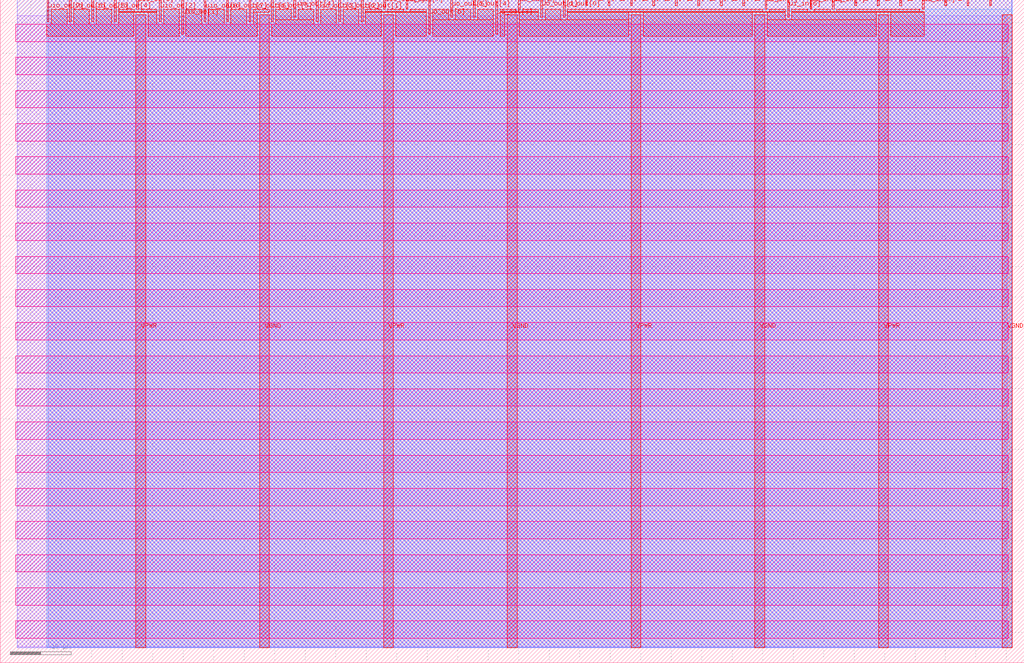
<source format=lef>
VERSION 5.7 ;
  NOWIREEXTENSIONATPIN ON ;
  DIVIDERCHAR "/" ;
  BUSBITCHARS "[]" ;
MACRO tt_um_loopback
  CLASS BLOCK ;
  FOREIGN tt_um_loopback ;
  ORIGIN 0.000 0.000 ;
  SIZE 167.900 BY 108.800 ;
  PIN VGND
    DIRECTION INOUT ;
    USE GROUND ;
    PORT
      LAYER met4 ;
        RECT 42.550 2.480 44.150 106.320 ;
    END
    PORT
      LAYER met4 ;
        RECT 83.145 2.480 84.745 106.320 ;
    END
    PORT
      LAYER met4 ;
        RECT 123.740 2.480 125.340 106.320 ;
    END
    PORT
      LAYER met4 ;
        RECT 164.335 2.480 165.935 106.320 ;
    END
  END VGND
  PIN VPWR
    DIRECTION INOUT ;
    USE POWER ;
    PORT
      LAYER met4 ;
        RECT 22.255 2.480 23.855 106.320 ;
    END
    PORT
      LAYER met4 ;
        RECT 62.850 2.480 64.450 106.320 ;
    END
    PORT
      LAYER met4 ;
        RECT 103.445 2.480 105.045 106.320 ;
    END
    PORT
      LAYER met4 ;
        RECT 144.040 2.480 145.640 106.320 ;
    END
  END VPWR
  PIN clk
    DIRECTION INPUT ;
    USE SIGNAL ;
    PORT
      LAYER met4 ;
        RECT 158.550 107.800 158.850 108.800 ;
    END
  END clk
  PIN ena
    DIRECTION INPUT ;
    USE SIGNAL ;
    PORT
      LAYER met4 ;
        RECT 162.230 107.800 162.530 108.800 ;
    END
  END ena
  PIN rst_n
    DIRECTION INPUT ;
    USE SIGNAL ;
    PORT
      LAYER met4 ;
        RECT 154.870 107.800 155.170 108.800 ;
    END
  END rst_n
  PIN ui_in[0]
    DIRECTION INPUT ;
    USE SIGNAL ;
    PORT
      LAYER met4 ;
        RECT 151.190 107.260 151.490 108.800 ;
    END
  END ui_in[0]
  PIN ui_in[1]
    DIRECTION INPUT ;
    USE SIGNAL ;
    PORT
      LAYER met4 ;
        RECT 147.510 107.800 147.810 108.800 ;
    END
  END ui_in[1]
  PIN ui_in[2]
    DIRECTION INPUT ;
    USE SIGNAL ;
    PORT
      LAYER met4 ;
        RECT 143.830 107.800 144.130 108.800 ;
    END
  END ui_in[2]
  PIN ui_in[3]
    DIRECTION INPUT ;
    USE SIGNAL ;
    PORT
      LAYER met4 ;
        RECT 140.150 107.800 140.450 108.800 ;
    END
  END ui_in[3]
  PIN ui_in[4]
    DIRECTION INPUT ;
    USE SIGNAL ;
    PORT
      LAYER met4 ;
        RECT 136.470 107.260 136.770 108.800 ;
    END
  END ui_in[4]
  PIN ui_in[5]
    DIRECTION INPUT ;
    USE SIGNAL ;
    PORT
      LAYER met4 ;
        RECT 132.790 107.260 133.090 108.800 ;
    END
  END ui_in[5]
  PIN ui_in[6]
    DIRECTION INPUT ;
    USE SIGNAL ;
    PORT
      LAYER met4 ;
        RECT 129.110 105.900 129.410 108.800 ;
    END
  END ui_in[6]
  PIN ui_in[7]
    DIRECTION INPUT ;
    USE SIGNAL ;
    PORT
      LAYER met4 ;
        RECT 125.430 107.260 125.730 108.800 ;
    END
  END ui_in[7]
  PIN uio_in[0]
    DIRECTION INPUT ;
    USE SIGNAL ;
    PORT
      LAYER met4 ;
        RECT 121.750 107.800 122.050 108.800 ;
    END
  END uio_in[0]
  PIN uio_in[1]
    DIRECTION INPUT ;
    USE SIGNAL ;
    PORT
      LAYER met4 ;
        RECT 118.070 107.800 118.370 108.800 ;
    END
  END uio_in[1]
  PIN uio_in[2]
    DIRECTION INPUT ;
    USE SIGNAL ;
    PORT
      LAYER met4 ;
        RECT 114.390 107.800 114.690 108.800 ;
    END
  END uio_in[2]
  PIN uio_in[3]
    DIRECTION INPUT ;
    USE SIGNAL ;
    PORT
      LAYER met4 ;
        RECT 110.710 107.800 111.010 108.800 ;
    END
  END uio_in[3]
  PIN uio_in[4]
    DIRECTION INPUT ;
    USE SIGNAL ;
    PORT
      LAYER met4 ;
        RECT 107.030 107.800 107.330 108.800 ;
    END
  END uio_in[4]
  PIN uio_in[5]
    DIRECTION INPUT ;
    USE SIGNAL ;
    PORT
      LAYER met4 ;
        RECT 103.350 107.800 103.650 108.800 ;
    END
  END uio_in[5]
  PIN uio_in[6]
    DIRECTION INPUT ;
    USE SIGNAL ;
    PORT
      LAYER met4 ;
        RECT 99.670 107.800 99.970 108.800 ;
    END
  END uio_in[6]
  PIN uio_in[7]
    DIRECTION INPUT ;
    USE SIGNAL ;
    PORT
      LAYER met4 ;
        RECT 95.990 107.800 96.290 108.800 ;
    END
  END uio_in[7]
  PIN uio_oe[0]
    DIRECTION OUTPUT TRISTATE ;
    USE SIGNAL ;
    PORT
      LAYER met4 ;
        RECT 33.430 105.220 33.730 108.800 ;
    END
  END uio_oe[0]
  PIN uio_oe[1]
    DIRECTION OUTPUT TRISTATE ;
    USE SIGNAL ;
    PORT
      LAYER met4 ;
        RECT 29.750 103.180 30.050 108.800 ;
    END
  END uio_oe[1]
  PIN uio_oe[2]
    DIRECTION OUTPUT TRISTATE ;
    USE SIGNAL ;
    PORT
      LAYER met4 ;
        RECT 26.070 105.220 26.370 108.800 ;
    END
  END uio_oe[2]
  PIN uio_oe[3]
    DIRECTION OUTPUT TRISTATE ;
    USE SIGNAL ;
    PORT
      LAYER met4 ;
        RECT 22.390 107.260 22.690 108.800 ;
    END
  END uio_oe[3]
  PIN uio_oe[4]
    DIRECTION OUTPUT TRISTATE ;
    USE SIGNAL ;
    PORT
      LAYER met4 ;
        RECT 18.710 105.220 19.010 108.800 ;
    END
  END uio_oe[4]
  PIN uio_oe[5]
    DIRECTION OUTPUT TRISTATE ;
    USE SIGNAL ;
    PORT
      LAYER met4 ;
        RECT 15.030 105.220 15.330 108.800 ;
    END
  END uio_oe[5]
  PIN uio_oe[6]
    DIRECTION OUTPUT TRISTATE ;
    USE SIGNAL ;
    PORT
      LAYER met4 ;
        RECT 11.350 105.220 11.650 108.800 ;
    END
  END uio_oe[6]
  PIN uio_oe[7]
    DIRECTION OUTPUT TRISTATE ;
    USE SIGNAL ;
    PORT
      LAYER met4 ;
        RECT 7.670 105.220 7.970 108.800 ;
    END
  END uio_oe[7]
  PIN uio_out[0]
    DIRECTION OUTPUT TRISTATE ;
    USE SIGNAL ;
    PORT
      LAYER met4 ;
        RECT 62.870 107.260 63.170 108.800 ;
    END
  END uio_out[0]
  PIN uio_out[1]
    DIRECTION OUTPUT TRISTATE ;
    USE SIGNAL ;
    PORT
      LAYER met4 ;
        RECT 59.190 105.220 59.490 108.800 ;
    END
  END uio_out[1]
  PIN uio_out[2]
    DIRECTION OUTPUT TRISTATE ;
    USE SIGNAL ;
    PORT
      LAYER met4 ;
        RECT 55.510 105.220 55.810 108.800 ;
    END
  END uio_out[2]
  PIN uio_out[3]
    DIRECTION OUTPUT TRISTATE ;
    USE SIGNAL ;
    PORT
      LAYER met4 ;
        RECT 51.830 105.220 52.130 108.800 ;
    END
  END uio_out[3]
  PIN uio_out[4]
    DIRECTION OUTPUT TRISTATE ;
    USE SIGNAL ;
    PORT
      LAYER met4 ;
        RECT 48.150 105.900 48.450 108.800 ;
    END
  END uio_out[4]
  PIN uio_out[5]
    DIRECTION OUTPUT TRISTATE ;
    USE SIGNAL ;
    PORT
      LAYER met4 ;
        RECT 44.470 105.220 44.770 108.800 ;
    END
  END uio_out[5]
  PIN uio_out[6]
    DIRECTION OUTPUT TRISTATE ;
    USE SIGNAL ;
    PORT
      LAYER met4 ;
        RECT 40.790 105.220 41.090 108.800 ;
    END
  END uio_out[6]
  PIN uio_out[7]
    DIRECTION OUTPUT TRISTATE ;
    USE SIGNAL ;
    PORT
      LAYER met4 ;
        RECT 37.110 105.220 37.410 108.800 ;
    END
  END uio_out[7]
  PIN uo_out[0]
    DIRECTION OUTPUT TRISTATE ;
    USE SIGNAL ;
    PORT
      LAYER met4 ;
        RECT 92.310 105.900 92.610 108.800 ;
    END
  END uo_out[0]
  PIN uo_out[1]
    DIRECTION OUTPUT TRISTATE ;
    USE SIGNAL ;
    PORT
      LAYER met4 ;
        RECT 88.630 105.900 88.930 108.800 ;
    END
  END uo_out[1]
  PIN uo_out[2]
    DIRECTION OUTPUT TRISTATE ;
    USE SIGNAL ;
    PORT
      LAYER met4 ;
        RECT 84.950 107.260 85.250 108.800 ;
    END
  END uo_out[2]
  PIN uo_out[3]
    DIRECTION OUTPUT TRISTATE ;
    USE SIGNAL ;
    PORT
      LAYER met4 ;
        RECT 81.270 103.180 81.570 108.800 ;
    END
  END uo_out[3]
  PIN uo_out[4]
    DIRECTION OUTPUT TRISTATE ;
    USE SIGNAL ;
    PORT
      LAYER met4 ;
        RECT 77.590 105.900 77.890 108.800 ;
    END
  END uo_out[4]
  PIN uo_out[5]
    DIRECTION OUTPUT TRISTATE ;
    USE SIGNAL ;
    PORT
      LAYER met4 ;
        RECT 73.910 105.900 74.210 108.800 ;
    END
  END uo_out[5]
  PIN uo_out[6]
    DIRECTION OUTPUT TRISTATE ;
    USE SIGNAL ;
    PORT
      LAYER met4 ;
        RECT 70.230 103.180 70.530 108.800 ;
    END
  END uo_out[6]
  PIN uo_out[7]
    DIRECTION OUTPUT TRISTATE ;
    USE SIGNAL ;
    PORT
      LAYER met4 ;
        RECT 66.550 107.260 66.850 108.800 ;
    END
  END uo_out[7]
  OBS
      LAYER nwell ;
        RECT 2.570 101.945 165.330 104.775 ;
        RECT 2.570 96.505 165.330 99.335 ;
        RECT 2.570 91.065 165.330 93.895 ;
        RECT 2.570 85.625 165.330 88.455 ;
        RECT 2.570 80.185 165.330 83.015 ;
        RECT 2.570 74.745 165.330 77.575 ;
        RECT 2.570 69.305 165.330 72.135 ;
        RECT 2.570 63.865 165.330 66.695 ;
        RECT 2.570 58.425 165.330 61.255 ;
        RECT 2.570 52.985 165.330 55.815 ;
        RECT 2.570 47.545 165.330 50.375 ;
        RECT 2.570 42.105 165.330 44.935 ;
        RECT 2.570 36.665 165.330 39.495 ;
        RECT 2.570 31.225 165.330 34.055 ;
        RECT 2.570 25.785 165.330 28.615 ;
        RECT 2.570 20.345 165.330 23.175 ;
        RECT 2.570 14.905 165.330 17.735 ;
        RECT 2.570 9.465 165.330 12.295 ;
        RECT 2.570 4.025 165.330 6.855 ;
      LAYER li1 ;
        RECT 2.760 2.635 165.140 106.165 ;
      LAYER met1 ;
        RECT 2.760 2.480 165.935 108.760 ;
      LAYER met2 ;
        RECT 7.910 2.535 165.905 108.790 ;
      LAYER met3 ;
        RECT 7.630 2.555 165.925 107.265 ;
      LAYER met4 ;
        RECT 8.370 104.820 10.950 107.265 ;
        RECT 12.050 104.820 14.630 107.265 ;
        RECT 15.730 104.820 18.310 107.265 ;
        RECT 19.410 106.860 21.990 107.265 ;
        RECT 23.090 106.860 25.670 107.265 ;
        RECT 19.410 106.720 25.670 106.860 ;
        RECT 19.410 104.820 21.855 106.720 ;
        RECT 7.655 102.855 21.855 104.820 ;
        RECT 24.255 104.820 25.670 106.720 ;
        RECT 26.770 104.820 29.350 107.265 ;
        RECT 24.255 102.855 29.350 104.820 ;
        RECT 30.450 104.820 33.030 107.265 ;
        RECT 34.130 104.820 36.710 107.265 ;
        RECT 37.810 104.820 40.390 107.265 ;
        RECT 41.490 106.720 44.070 107.265 ;
        RECT 41.490 104.820 42.150 106.720 ;
        RECT 45.170 105.500 47.750 107.265 ;
        RECT 48.850 105.500 51.430 107.265 ;
        RECT 45.170 104.820 51.430 105.500 ;
        RECT 52.530 104.820 55.110 107.265 ;
        RECT 56.210 104.820 58.790 107.265 ;
        RECT 59.890 106.860 62.470 107.265 ;
        RECT 63.570 106.860 66.150 107.265 ;
        RECT 67.250 106.860 69.830 107.265 ;
        RECT 59.890 106.720 69.830 106.860 ;
        RECT 59.890 104.820 62.450 106.720 ;
        RECT 30.450 102.855 42.150 104.820 ;
        RECT 44.550 102.855 62.450 104.820 ;
        RECT 64.850 102.855 69.830 106.720 ;
        RECT 70.930 105.500 73.510 107.265 ;
        RECT 74.610 105.500 77.190 107.265 ;
        RECT 78.290 105.500 80.870 107.265 ;
        RECT 70.930 102.855 80.870 105.500 ;
        RECT 81.970 106.860 84.550 107.265 ;
        RECT 85.650 106.860 88.230 107.265 ;
        RECT 81.970 106.720 88.230 106.860 ;
        RECT 81.970 102.855 82.745 106.720 ;
        RECT 85.145 105.500 88.230 106.720 ;
        RECT 89.330 105.500 91.910 107.265 ;
        RECT 93.010 106.860 125.030 107.265 ;
        RECT 126.130 106.860 128.710 107.265 ;
        RECT 93.010 106.720 128.710 106.860 ;
        RECT 93.010 105.500 103.045 106.720 ;
        RECT 85.145 102.855 103.045 105.500 ;
        RECT 105.445 102.855 123.340 106.720 ;
        RECT 125.740 105.500 128.710 106.720 ;
        RECT 129.810 106.860 132.390 107.265 ;
        RECT 133.490 106.860 136.070 107.265 ;
        RECT 137.170 106.860 150.790 107.265 ;
        RECT 129.810 106.720 151.505 106.860 ;
        RECT 129.810 105.500 143.640 106.720 ;
        RECT 125.740 102.855 143.640 105.500 ;
        RECT 146.040 102.855 151.505 106.720 ;
  END
END tt_um_loopback
END LIBRARY


</source>
